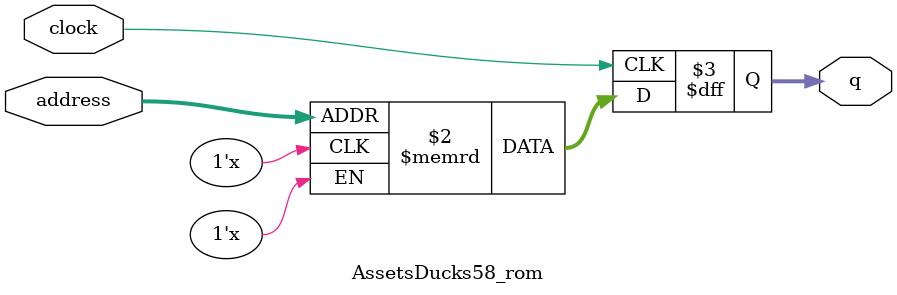
<source format=sv>
module AssetsDucks58_rom (
	input logic clock,
	input logic [12:0] address,
	output logic [3:0] q
);

logic [3:0] memory [0:4351] /* synthesis ram_init_file = "./AssetsDucks58/AssetsDucks58.mif" */;

always_ff @ (posedge clock) begin
	q <= memory[address];
end

endmodule

</source>
